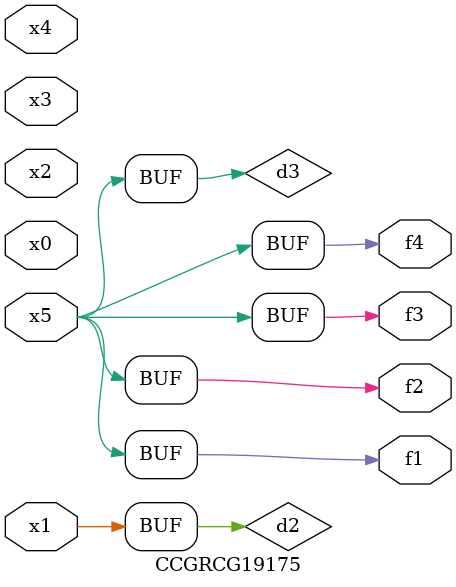
<source format=v>
module CCGRCG19175(
	input x0, x1, x2, x3, x4, x5,
	output f1, f2, f3, f4
);

	wire d1, d2, d3;

	not (d1, x5);
	or (d2, x1);
	xnor (d3, d1);
	assign f1 = d3;
	assign f2 = d3;
	assign f3 = d3;
	assign f4 = d3;
endmodule

</source>
